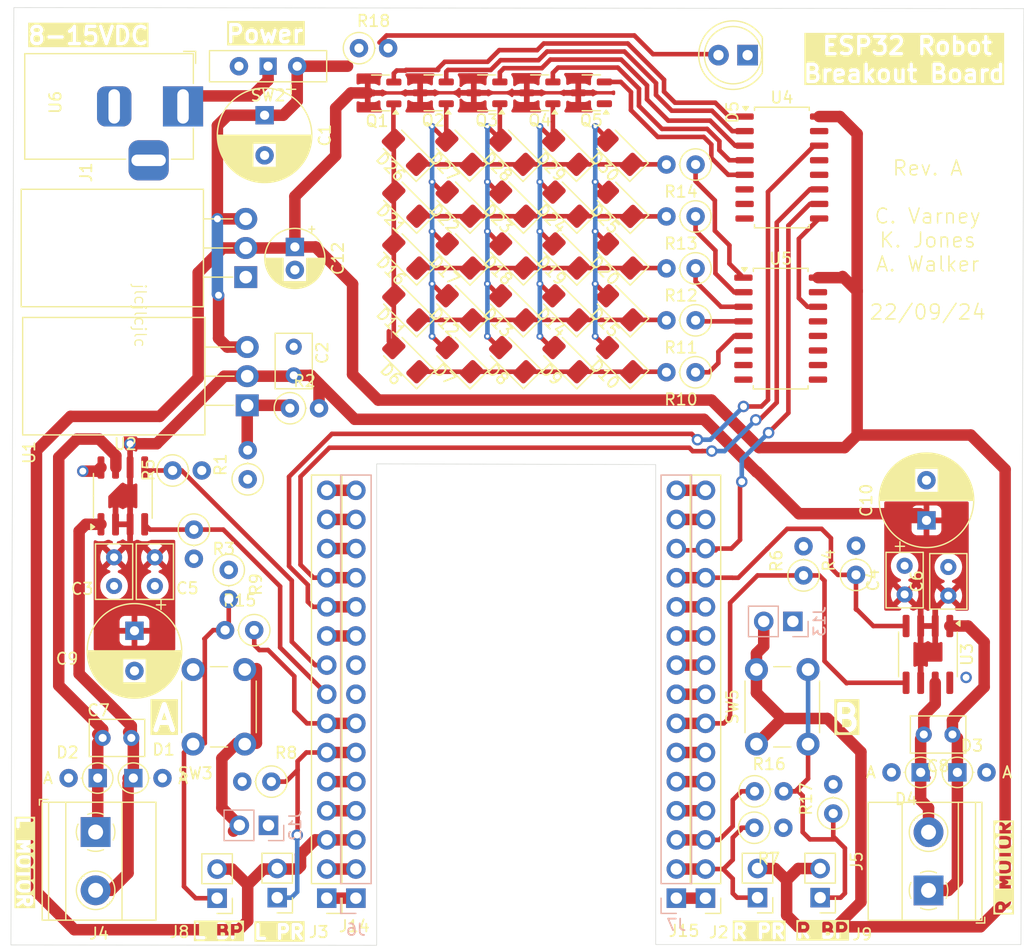
<source format=kicad_pcb>
(kicad_pcb (version 20221018) (generator pcbnew)
  (layers (0 "F.Cu" signal) (31 "B.Cu" signal) (34 "B.Paste" user) (35 "F.Paste" user) (36 "B.SilkS" user "B.Silkscreen") (37 "F.SilkS" user "F.Silkscreen") (38 "B.Mask" user) (39 "F.Mask" user) (44 "Edge.Cuts" user))
  (net 0 "")
  (net 1 "PWR_IN")
  (net 2 "GND")
  (net 3 "VDD")
  (net 4 "MOTOR-L1")
  (net 5 "MOTOR-L2")
  (net 6 "MOTOR-R1")
  (net 7 "MOTOR-R2")
  (net 8 "+3V3")
  (net 9 "Net-(D10-K)")
  (net 10 "Net-(D11-A)")
  (net 11 "Net-(D12-A)")
  (net 12 "Net-(D13-A)")
  (net 13 "Net-(D14-A)")
  (net 14 "Net-(D10-A)")
  (net 15 "Net-(D11-K)")
  (net 16 "Net-(D16-K)")
  (net 17 "Net-(D21-K)")
  (net 18 "Net-(D26-K)")
  (net 19 "Net-(SW2-B)")
  (net 22 "Net-(J14-Pin_13)")
  (net 23 "Net-(J14-Pin_14)")
  (net 24 "Net-(J14-Pin_10)")
  (net 25 "Net-(J14-Pin_5)")
  (net 26 "GPIO4")
  (net 27 "GPIO5")
  (net 28 "GPIO6")
  (net 29 "GPIO7")
  (net 30 "Net-(J14-Pin_4)")
  (net 31 "GPIO8")
  (net 32 "GPIO9")
  (net 33 "Net-(J14-Pin_1)")
  (net 34 "Net-(J14-Pin_2)")
  (net 35 "Net-(J15-Pin_15)")
  (net 36 "GPIO0")
  (net 37 "GPIO1")
  (net 38 "Net-(J15-Pin_14)")
  (net 39 "Net-(J15-Pin_11)")
  (net 40 "Net-(J15-Pin_10)")
  (net 41 "GPIO10")
  (net 42 "Net-(J15-Pin_8)")
  (net 43 "Net-(J15-Pin_9)")
  (net 44 "Net-(J15-Pin_6)")
  (net 45 "Net-(J15-Pin_5)")
  (net 46 "GPIO18")
  (net 47 "GPIO19")
  (net 48 "Net-(J15-Pin_4)")
  (net 49 "Net-(J15-Pin_1)")
  (net 50 "Net-(J8-P1)")
  (net 51 "Net-(J9-P1)")
  (net 52 "ROW1")
  (net 53 "ROW2")
  (net 54 "ROW3")
  (net 55 "ROW4")
  (net 56 "ROW5")
  (net 57 "Net-(U1-ADJ)")
  (net 58 "COL1")
  (net 59 "COL2")
  (net 60 "COL3")
  (net 61 "COL4")
  (net 62 "COL5")
  (net 65 "Net-(U4-QH')")
  (net 76 "Net-(D5-A)")
  (footprint "Capacitor_THT:C_Rect_L4.6mm_W3.0mm_P2.50mm_MKS02_FKP02" (layer "F.Cu") (at 228.727 103.719 90)
    (fp_text reference "C6")
    (fp_text value "100n")
  )
  (footprint "Resistor_THT:R_Axial_DIN0207_L6.3mm_D2.5mm_P2.54mm_Vertical" (layer "F.Cu") (at 168.211 106.724 180)
    (fp_text reference "R15")
    (fp_text value "1k")
  )
  (footprint "TerminalBlock_Phoenix:TerminalBlock_Phoenix_MKDS-1,5-2-5.08_1x02_P5.08mm_Horizontal" (layer "F.Cu") (at 227 129.418 90)
    (fp_text reference "J5")
    (fp_text value "MOTOR-R")
  )
  (footprint "Resistor_THT:R_Axial_DIN0207_L6.3mm_D2.5mm_P2.54mm_Vertical" (layer "F.Cu") (at 211.836 120.777)
    (fp_text reference "R16")
    (fp_text value "1k")
  )
  (footprint "LED_SMD:LED_1206_3216Metric_Pad1.42x1.75mm_HandSolder" (layer "F.Cu") (at 200.056507 78.622118 135)
    (fp_text reference "D15")
    (fp_text value "LED" hide)
  )
  (footprint "Capacitor_THT:C_Rect_L4.6mm_W3.0mm_P2.50mm_MKS02_FKP02" (layer "F.Cu") (at 229.088 115.824 180)
    (fp_text reference "C8")
    (fp_text value "100n")
  )
  (footprint "Package_SO:SOIC-8_3.9x4.9mm_P1.27mm" (layer "F.Cu") (at 156.752 95.02 90)
    (fp_text reference "U2")
    (fp_text value "ZXBM5210-S")
  )
  (footprint "Resistor_THT:R_Axial_DIN0207_L6.3mm_D2.5mm_P2.54mm_Vertical" (layer "F.Cu") (at 216.1032 101.9556 90)
    (fp_text reference "R6")
    (fp_text value "10K")
  )
  (footprint "Package_TO_SOT_SMD:SOT-23-3" (layer "F.Cu") (at 197.600713 59.876039 180)
    (fp_text reference "Q5")
    (fp_text value "BSH205")
  )
  (footprint "Package_SO:SOIC-16_4.55x10.3mm_P1.27mm" (layer "F.Cu") (at 214.213513 66.389739)
    (fp_text reference "U4")
    (fp_text value "74HC595")
  )
  (footprint "Resistor_THT:R_Axial_DIN0207_L6.3mm_D2.5mm_P2.54mm_Vertical" (layer "F.Cu") (at 206.690873 70.655272 180)
    (fp_text reference "R13")
    (fp_text value "100")
  )
  (footprint "Resistor_THT:R_Axial_DIN0207_L6.3mm_D2.5mm_P2.54mm_Vertical" (layer "F.Cu") (at 171.3194 87.376)
    (fp_text reference "R2")
    (fp_text value "270")
  )
  (footprint "Resistor_THT:R_Axial_DIN0207_L6.3mm_D2.5mm_P2.54mm_Vertical" (layer "F.Cu") (at 161.0954 92.8048)
    (fp_text reference "R5")
    (fp_text value "10K")
  )
  (footprint "TerminalBlock_Phoenix:TerminalBlock_Phoenix_MKDS-1,5-2-5.08_1x02_P5.08mm_Horizontal" (layer "F.Cu") (at 154.381 124.328 -90)
    (fp_text reference "J4")
    (fp_text value "MOTOR-L" hide)
  )
  (footprint "Resistor_THT:R_Axial_DIN0207_L6.3mm_D2.5mm_P2.54mm_Vertical" (layer "F.Cu") (at 206.690873 79.711272 180)
    (fp_text reference "R11")
    (fp_text value "100")
  )
  (footprint "Button_Switch_THT:SW_Slide-03_Wuerth-WS-SLTV_10x2.5x6.4_P2.54mm" (layer "F.Cu") (at 169.418 57.5564 180)
    (fp_text reference "SW2")
    (fp_text value "SW_SPDT" hide)
  )
  (footprint "Resistor_THT:R_Axial_DIN0207_L6.3mm_D2.5mm_P2.54mm_Vertical" (layer "F.Cu") (at 165.989 101.473 -90)
    (fp_text reference "R9")
    (fp_text value "3k3")
  )
  (footprint "LED_SMD:LED_1206_3216Metric_Pad1.42x1.75mm_HandSolder" (layer "F.Cu") (at 195.400247 83.142015 135)
    (fp_text reference "D9")
    (fp_text value "LED" hide)
  )
  (footprint "Connector_PinHeader_2.54mm:PinHeader_1x02_P2.54mm_Vertical" (layer "F.Cu") (at 170.214 130.048 180)
    (fp_text reference "J3")
    (fp_text value "PHOTORESISTOR_2" hide)
  )
  (footprint "LED_SMD:LED_1206_3216Metric_Pad1.42x1.75mm_HandSolder" (layer "F.Cu") (at 181.43147 83.142015 135)
    (fp_text reference "D6")
    (fp_text value "LED" hide)
  )
  (footprint "LED_SMD:LED_1206_3216Metric_Pad1.42x1.75mm_HandSolder" (layer "F.Cu") (at 190.743988 83.142015 135)
    (fp_text reference "D8")
    (fp_text value "LED" hide)
  )
  (footprint "Capacitor_THT:C_Rect_L4.6mm_W3.0mm_P2.50mm_MKS02_FKP02" (layer "F.Cu") (at 171.6532 84.5112 90)
    (fp_text reference "C2")
    (fp_text value "100n")
  )
  (footprint "LED_SMD:LED_1206_3216Metric_Pad1.42x1.75mm_HandSolder" (layer "F.Cu") (at 190.708168 65.062427 135)
    (fp_text reference "D28")
    (fp_text value "LED" hide)
  )
  (footprint "LED_SMD:LED_1206_3216Metric_Pad1.42x1.75mm_HandSolder" (layer "F.Cu") (at 181.39565 65.062427 135)
    (fp_text reference "D26")
    (fp_text value "LED" hide)
  )
  (footprint "LED_SMD:LED_1206_3216Metric_Pad1.42x1.75mm_HandSolder" (layer "F.Cu") (at 186.087729 69.582324 135)
    (fp_text reference "D22")
    (fp_text value "LED" hide)
  )
  (footprint "LED_SMD:LED_1206_3216Metric_Pad1.42x1.75mm_HandSolder" (layer "F.Cu") (at 195.400247 69.582324 135)
    (fp_text reference "D24")
    (fp_text value "LED" hide)
  )
  (footprint "LED_SMD:LED_1206_3216Metric_Pad1.42x1.75mm_HandSolder" (layer "F.Cu") (at 186.081144 78.622118 135)
    (fp_text reference "D12")
    (fp_text value "LED" hide)
  )
  (footprint "Button_Switch_THT:SW_PUSH_6mm_H5mm" (layer "F.Cu") (at 211.999 116.661 90)
    (fp_text reference "SW5")
    (fp_text value "BTN_B")
  )
  (footprint "Diode_THT:D_DO-35_SOD27_P2.54mm_Vertical_AnodeUp" (layer "F.Cu") (at 229.517686 119.126)
    (fp_text reference "D3")
    (fp_text value "SR240")
  )
  (footprint "Diode_THT:D_DO-35_SOD27_P2.54mm_Vertical_AnodeUp" (layer "F.Cu") (at 154.564314 119.622629 180)
    (fp_text reference "D2")
    (fp_text value "SR240")
  )
  (footprint "Resistor_THT:R_Axial_DIN0207_L6.3mm_D2.5mm_P2.54mm_Vertical" (layer "F.Cu") (at 206.690873 66.127272 180)
    (fp_text reference "R14")
    (fp_text value "100")
  )
  (footprint "Package_TO_SOT_SMD:SOT-23-3" (layer "F.Cu") (at 193.110413 59.876039 180)
    (fp_text reference "Q4")
    (fp_text value "BSH205")
  )
  (footprint "Capacitor_THT:CP_Radial_D8.0mm_P3.50mm" (layer "F.Cu") (at 169.1132 61.8288 -90)
    (fp_text reference "C1")
    (fp_text value "100u")
  )
  (footprint "LED_SMD:LED_1206_3216Metric_Pad1.42x1.75mm_HandSolder" (layer "F.Cu") (at 186.087729 74.102221 135)
    (fp_text reference "D17")
    (fp_text value "LED" hide)
  )
  (footprint "Button_Switch_THT:SW_PUSH_6mm_H5mm" (layer "F.Cu") (at 167.384 110.161 -90)
    (fp_text reference "SW3")
    (fp_text value "BTN_A")
  )
  (footprint "Connector_PinHeader_2.54mm:PinHeader_1x02_P2.54mm_Vertical" (layer "F.Cu") (at 164.973 130.097 180)
    (fp_text reference "J8")
    (fp_text value "LEAF_L")
  )
  (footprint "LED_SMD:LED_1206_3216Metric_Pad1.42x1.75mm_HandSolder" (layer "F.Cu") (at 190.743988 69.582324 135)
    (fp_text reference "D23")
    (fp_text value "LED" hide)
  )
  (footprint "LED_SMD:LED_1206_3216Metric_Pad1.42x1.75mm_HandSolder" (layer "F.Cu") (at 186.087729 83.142015 135)
    (fp_text reference "D7")
    (fp_text value "LED" hide)
  )
  (footprint "LED_SMD:LED_1206_3216Metric_Pad1.42x1.75mm_HandSolder" (layer "F.Cu") (at 200.056506 83.142015 135)
    (fp_text reference "D10")
    (fp_text value "LED" hide)
  )
  (footprint "Resistor_THT:R_Axial_DIN0207_L6.3mm_D2.5mm_P2.54mm_Vertical" (layer "F.Cu") (at 167.64 93.5736 90)
    (fp_text reference "R1")
    (fp_text value "820")
  )
  (footprint "Capacitor_THT:C_Rect_L4.6mm_W3.0mm_P2.50mm_MKS02_FKP02" (layer "F.Cu") (at 157.494 116.122 180)
    (fp_text reference "C7")
    (fp_text value "100n")
  )
  (footprint "Package_TO_SOT_THT:TO-220-3_Horizontal_TabDown" (layer "F.Cu") (at 167.599 87.122 90)
    (fp_text reference "U1")
    (fp_text value "LM338T")
  )
  (footprint "LED_SMD:LED_1206_3216Metric_Pad1.42x1.75mm_HandSolder" (layer "F.Cu") (at 195.380492 78.622118 135)
    (fp_text reference "D14")
    (fp_text value "LED" hide)
  )
  (footprint "Connector_BarrelJack:BarrelJack_Horizontal" (layer "F.Cu") (at 162.0012 61.0616)
    (fp_text reference "J1")
    (fp_text value "Barrel_Jack_Switch" hide)
  )
  (footprint "Package_TO_SOT_SMD:SOT-23-3" (layer "F.Cu") (at 179.243213 59.886039 180)
    (fp_text reference "Q1")
    (fp_text value "BSH205")
  )
  (footprint "Capacitor_THT:CP_Radial_D8.0mm_P3.50mm" (layer "F.Cu") (at 157.768 106.78 -90)
    (fp_text reference "C9")
    (fp_text value "10u" hide)
  )
  (footprint "Capacitor_THT:C_Rect_L4.6mm_W3.0mm_P2.50mm_MKS02_FKP02" (layer "F.Cu") (at 159.546 100.374 -90)
    (fp_text reference "C5")
    (fp_text value "100n" hide)
  )
  (footprint "Resistor_THT:R_Axial_DIN0207_L6.3mm_D2.5mm_P2.54mm_Vertical" (layer "F.Cu") (at 162.9496 97.9574 -90)
    (fp_text reference "R3")
    (fp_text value "10K")
  )
  (footprint "LED_SMD:LED_1206_3216Metric_Pad1.42x1.75mm_HandSolder" (layer "F.Cu") (at 181.43147 78.622118 135)
    (fp_text reference "D11")
    (fp_text value "LED" hide)
  )
  (footprint "LED_SMD:LED_1206_3216Metric_Pad1.42x1.75mm_HandSolder" (layer "F.Cu") (at 200.056506 69.598606 135)
    (fp_text reference "D25")
    (fp_text value "LED" hide)
  )
  (footprint "LED_SMD:LED_1206_3216Metric_Pad1.42x1.75mm_HandSolder" (layer "F.Cu") (at 190.743988 74.102221 135)
    (fp_text reference "D18")
    (fp_text value "LED" hide)
  )
  (footprint "Resistor_THT:R_Axial_DIN0207_L6.3mm_D2.5mm_P2.54mm_Vertical" (layer "F.Cu") (at 218.694 122.711 90)
    (fp_text reference "R17")
    (fp_text value "3k3")
  )
  (footprint "LED_SMD:LED_1206_3216Metric_Pad1.42x1.75mm_HandSolder" (layer "F.Cu") (at 195.400247 74.102221 135)
    (fp_text reference "D19")
    (fp_text value "LED" hide)
  )
  (footprint "Resistor_THT:R_Axial_DIN0207_L6.3mm_D2.5mm_P2.54mm_Vertical" (layer "F.Cu") (at 211.807 123.952)
    (fp_text reference "R7")
    (fp_text value "10k")
  )
  (footprint "Connector_PinHeader_2.54mm:PinHeader_1x15_P2.54mm_Vertical" (layer "F.Cu") (at 174.532 130.092 180)
    (fp_text reference "J14")
    (fp_text value "ESP_PT")
  )
  (footprint "Diode_THT:D_DO-35_SOD27_P2.54mm_Vertical_AnodeUp" (layer "F.Cu") (at 226.314 119.126 180)
    (fp_text reference "D4")
    (fp_text value "SR240")
  )
  (footprint "LED_SMD:LED_1206_3216Metric_Pad1.42x1.75mm_HandSolder" (layer "F.Cu") (at 200.020686 65.062427 135)
    (fp_text reference "D30")
    (fp_text value "LED" hide)
  )
  (footprint "Package_SO:SOIC-16_4.55x10.3mm_P1.27mm" (layer "F.Cu") (at 214.110713 80.435939)
    (fp_text reference "U5")
    (fp_text value "74HC595")
  )
  (footprint "Package_SO:SOIC-8_3.9x4.9mm_P1.27mm" (layer "F.Cu") (at 226.949 108.839 -90)
    (fp_text reference "U3")
    (fp_text value "ZXBM5210-S")
  )
  (footprint "Connector_PinHeader_2.54mm:PinHeader_1x02_P2.54mm_Vertical" (layer "F.Cu") (at 217.551 130.048 180)
    (fp_text reference "J9")
    (fp_text value "LEAF_R")
  )
  (footprint "Capacitor_THT:C_Rect_L4.6mm_W3.0mm_P2.50mm_MKS02_FKP02" (layer "F.Cu") (at 155.99 100.374 -90)
    (fp_text reference "C3")
    (fp_text value "100n" hide)
  )
  (footprint "Resistor_THT:R_Axial_DIN0207_L6.3mm_D2.5mm_P2.54mm_Vertical" (layer "F.Cu") (at 169.706 119.932 180)
    (fp_text reference "R8")
    (fp_text value "10k")
  )
  (footprint "LED_SMD:LED_1206_3216Metric_Pad1.42x1.75mm_HandSolder" (layer "F.Cu") (at 190.730818 78.622118 135)
    (fp_text reference "D13")
    (fp_text value "LED" hide)
  )
  (footprint "Package_TO_SOT_THT:TO-220-3_Horizontal_TabDown" (layer "F.Cu") (at 167.472 75.946 90)
    (fp_text reference "U6")
    (fp_text value "LM1117T-3.3")
  )
  (footprint "Capacitor_THT:C_Rect_L4.6mm_W3.0mm_P2.50mm_MKS02_FKP02" (layer "F.Cu") (at 224.917 103.612 90)
    (fp_text reference "C4")
    (fp_text value "100n")
  )
  (footprint "Resistor_THT:R_Axial_DIN0207_L6.3mm_D2.5mm_P2.54mm_Vertical" (layer "F.Cu") (at 206.690873 75.183272 180)
    (fp_text reference "R12")
    (fp_text value "100")
  )
  (footprint "LED_THT:LED_D5.0mm" (layer "F.Cu") (at 211.2264 56.5912 180)
    (fp_text reference "D5")
    (fp_text value "LED")
  )
  (footprint "Capacitor_THT:CP_Radial_D5.0mm_P2.00mm" (layer "F.Cu") (at 171.7548 73.314488 -90)
    (fp_text reference "C12")
    (fp_text value "10uF")
  )
  (footprint "Package_TO_SOT_SMD:SOT-23-3" (layer "F.Cu") (at 183.814013 59.876039 180)
    (fp_text reference "Q2")
    (fp_text value "BSH205")
  )
  (footprint "LED_SMD:LED_1206_3216Metric_Pad1.42x1.75mm_HandSolder" (layer "F.Cu") (at 195.364427 65.062427 135)
    (fp_text reference "D29")
    (fp_text value "LED" hide)
  )
  (footprint "Connector_PinHeader_2.54mm:PinHeader_1x15_P2.54mm_Vertical" (layer "F.Cu") (at 207.552 130.092 180)
    (fp_text reference "J15")
    (fp_text value "ESP_PT" hide)
  )
  (footprint "Package_TO_SOT_SMD:SOT-23-3" (layer "F.Cu") (at 188.487613 59.876039 180)
    (fp_text reference "Q3")
    (fp_text value "BSH205")
  )
  (footprint "LED_SMD:LED_1206_3216Metric_Pad1.42x1.75mm_HandSolder" (layer "F.Cu") (at 200.056506 74.102221 135)
    (fp_text reference "D20")
    (fp_text value "LED" hide)
  )
  (footprint "Capacitor_THT:CP_Radial_D8.0mm_P3.50mm" (layer "F.Cu") (at 226.822 97.155 90)
    (fp_text reference "C10")
    (fp_text value "10u")
  )
  (footprint "LED_SMD:LED_1206_3216Metric_Pad1.42x1.75mm_HandSolder" (layer "F.Cu") (at 181.43147 74.102221 135)
    (fp_text reference "D16")
    (fp_text value "LED" hide)
  )
  (footprint "LED_SMD:LED_1206_3216Metric_Pad1.42x1.75mm_HandSolder" (layer "F.Cu") (at 186.051909 65.062427 135)
    (fp_text reference "D27")
    (fp_text value "LED" hide)
  )
  (footprint "Connector_PinHeader_2.54mm:PinHeader_1x02_P2.54mm_Vertical" (layer "F.Cu") (at 212.09 130.048 180)
    (fp_text reference "J2")
    (fp_text value "PHOTORESISTOR_1")
  )
  (footprint "LED_SMD:LED_1206_3216Metric_Pad1.42x1.75mm_HandSolder" (layer "F.Cu") (at 181.43147 69.582324 135)
    (fp_text reference "D21")
    (fp_text value "LED" hide)
  )
  (footprint "Resistor_THT:R_Axial_DIN0207_L6.3mm_D2.5mm_P2.54mm_Vertical" (layer "F.Cu") (at 177.3428 55.9816)
    (fp_text reference "R18")
    (fp_text value "330")
  )
  (footprint "Resistor_THT:R_Axial_DIN0207_L6.3mm_D2.5mm_P2.54mm_Vertical" (layer "F.Cu") (at 220.6752 101.9048 90)
    (fp_text reference "R4")
    (fp_text value "10K")
  )
  (footprint "Diode_THT:D_DO-35_SOD27_P2.54mm_Vertical_AnodeUp" (layer "F.Cu") (at 157.669685 119.622629)
    (fp_text reference "D1")
    (fp_text value "SR240" hide)
  )
  (footprint "Resistor_THT:R_Axial_DIN0207_L6.3mm_D2.5mm_P2.54mm_Vertical" (layer "F.Cu") (at 206.686873 84.239272 180)
    (fp_text reference "R10")
    (fp_text value "100")
  )
  (footprint "Connector_PinHeader_2.54mm:PinHeader_1x02_P2.54mm_Vertical" (layer "B.Cu") (at 215.172 105.962 90)
    (fp_text reference "J13")
    (fp_text value "3V3")
  )
  (footprint "Connector_PinHeader_2.54mm:PinHeader_1x15_P2.54mm_Vertical" (layer "B.Cu") (at 177.072 130.092)
    (fp_text reference "J6")
    (fp_text value "ESP")
  )
  (footprint "Connector_PinHeader_2.54mm:PinHeader_1x15_P2.54mm_Vertical" (layer "B.Cu") (at 205.012 130.092)
    (fp_text reference "J7")
    (fp_text value "ESP" hide)
  )
  (footprint "Connector_PinHeader_2.54mm:PinHeader_1x02_P2.54mm_Vertical" (layer "B.Cu") (at 169.452 123.742 90)
    (fp_text reference "J12")
    (fp_text value "3V3" hide)
  )
  (gr_poly (pts (xy 146.997 134.17) (xy 147.251 52.4444) (xy 235.314 52.5344) (xy 235.06 134.133) (xy 203.2164 134.1334) (xy 203.2164 92.2872) (xy 178.885 92.2268) (xy 178.885 134.2)) (stroke (width 0.05)) (fill none) (layer "Edge.Cuts"))
  (gr_text "R PR" (at 209.7532 133.7056) (layer "F.SilkS" knockout) (effects (font (size 1.2 1.2) (thickness 0.3) bold) (justify left bottom)))
  (gr_text "R MOTOR" (at 234.315 131.699 90) (layer "F.SilkS" knockout) (effects (font (size 1.2 1.2) (thickness 0.3) bold) (justify left bottom)))
  (gr_text "8-15VDC" (at 148.336 55.7784) (layer "F.SilkS" knockout) (effects (font (size 1.5 1.5) (thickness 0.3) bold) (justify left bottom)))
  (gr_text "A" (at 159.131 115.697) (layer "F.SilkS" knockout) (effects (font (size 2.2 2.2) (thickness 0.44) bold) (justify left bottom)))
  (gr_text "L BP" (at 162.7632 133.7056) (layer "F.SilkS" knockout) (effects (font (size 1.2 1.2) (thickness 0.3) bold) (justify left bottom)))
  (gr_text "L PR" (at 168.0464 133.7564) (layer "F.SilkS" knockout) (effects (font (size 1.2 1.2) (thickness 0.3) bold) (justify left bottom)))
  (gr_text "R BP" (at 215.2904 133.6548) (layer "F.SilkS" knockout) (effects (font (size 1.2 1.2) (thickness 0.3) bold) (justify left bottom)))
  (gr_text "ESP32 Robot \nBreakout Board" (at 233.8324 59.0804) (layer "F.SilkS" knockout) (effects (font (size 1.5 1.5) (thickness 0.3) bold) (justify right bottom)))
  (gr_text "Rev. A\n\nC. Varney\nK. Jones\nA. Walker\n\n22/09/24" (at 226.9236 79.756) (layer "F.SilkS") (effects (font (size 1.3 1.3) (thickness 0.125)) (justify bottom)))
  (gr_text "jlcjlcjlc" (at 157.6832 76.454 -90) (layer "F.SilkS") (effects (font (size 1 1) (thickness 0.1)) (justify left bottom)))
  (gr_text "L MOTOR" (at 147.447 122.809 -90) (layer "F.SilkS" knockout) (effects (font (size 1.2 1.2) (thickness 0.3) bold) (justify left bottom)))
  (gr_text "Power" (at 165.608 55.626) (layer "F.SilkS" knockout) (effects (font (size 1.5 1.5) (thickness 0.3) bold) (justify left bottom)))
  (gr_text "B" (at 218.44 115.697) (layer "F.SilkS" knockout) (effects (font (size 2.2 2.2) (thickness 0.44) bold) (justify left bottom)))
  (via (at 230.2764 110.8456) (size 1) (drill 0.6) (layers "F.Cu" "B.Cu") (net 0))
  (segment (start 171.958 60.6044) (end 170.7336 61.8288) (width 1) (layer "F.Cu") (net 1))
  (segment (start 165.862 82.042) (end 167.599 82.042) (width 1) (layer "F.Cu") (net 1))
  (segment (start 164.9984 62.738) (end 164.9984 70.866) (width 1) (layer "F.Cu") (net 1))
  (segment (start 171.958 57.5564) (end 176.3486 57.5564) (width 1) (layer "F.Cu") (net 1))
  (segment (start 170.7336 61.8288) (end 169.1132 61.8288) (width 1) (layer "F.Cu") (net 1))
  (segment (start 171.958 57.5564) (end 171.958 60.6044) (width 1) (layer "F.Cu") (net 1))
  (segment (start 169.1132 61.8288) (end 165.9076 61.8288) (width 1) (layer "F.Cu") (net 1))
  (segment (start 164.9984 70.866) (end 167.472 70.866) (width 1) (layer "F.Cu") (net 1))
  (segment (start 165.1 81.28) (end 165.862 82.042) (width 1) (layer "F.Cu") (net 1))
  (segment (start 165.1 77.5208) (end 165.1 81.28) (width 1) (layer "F.Cu") (net 1))
  (segment (start 165.9076 61.8288) (end 164.9984 62.738) (width 1) (layer "F.Cu") (net 1))
  (via (at 164.9984 70.866) (size 1) (drill 0.6) (layers "F.Cu" "B.Cu") (net 1))
  (via (at 165.1 77.5208) (size 1) (drill 0.6) (layers "F.Cu" "B.Cu") (net 1))
  (segment (start 164.9984 77.4192) (end 165.1 77.5208) (width 1) (layer "B.Cu") (net 1))
  (segment (start 164.9984 70.866) (end 164.9984 77.4192) (width 1) (layer "B.Cu") (net 1))
  (segment (start 153.2636 92.8624) (end 154.5296 92.8624) (width 1) (layer "F.Cu") (net 2))
  (segment (start 177.072 94.532) (end 174.532 94.532) (width 1) (layer "F.Cu") (net 2))
  (segment (start 154.5296 92.8624) (end 154.847 92.545) (width 1) (layer "F.Cu") (net 2))
  (via (at 153.2636 92.8624) (size 1) (drill 0.6) (layers "F.Cu" "B.Cu") (net 2))
  (segment (start 173.149014 84.5112) (end 176.979014 88.3412) (width 1) (layer "F.Cu") (net 3))
  (segment (start 212.0692 92.9432) (end 215.6968 96.5708) (width 1) (layer "F.Cu") (net 3))
  (segment (start 173.1264 84.5112) (end 171.6532 84.5112) (width 1) (layer "F.Cu") (net 3))
  (segment (start 173.1264 84.5112) (end 173.149014 84.5112) (width 1) (layer "F.Cu") (net 3))
  (segment (start 167.599 84.582) (end 171.5824 84.582) (width 1) (layer "F.Cu") (net 3))
  (segment (start 171.5824 84.582) (end 171.6532 84.5112) (width 1) (layer "F.Cu") (net 3))
  (segment (start 165.599 84.582) (end 159.7062 90.4748) (width 1) (layer "F.Cu") (net 3))
  (segment (start 173.8594 85.2442) (end 173.1264 84.5112) (width 1) (layer "F.Cu") (net 3))
  (segment (start 157.3784 90.4748) (end 158.6484 90.4748) (width 1) (layer "F.Cu") (net 3))
  (segment (start 215.6968 96.5708) (end 226.2378 96.5708) (width 1) (layer "F.Cu") (net 3))
  (segment (start 176.979014 88.3412) (end 207.4164 88.3412) (width 1) (layer "F.Cu") (net 3))
  (segment (start 207.4164 88.3412) (end 212.0184 92.9432) (width 1) (layer "F.Cu") (net 3))
  (segment (start 167.599 84.582) (end 165.599 84.582) (width 1) (layer "F.Cu") (net 3))
  (segment (start 212.0184 92.9432) (end 212.0692 92.9432) (width 1) (layer "F.Cu") (net 3))
  (segment (start 159.7062 90.4748) (end 158.6484 90.4748) (width 1) (layer "F.Cu") (net 3))
  (segment (start 173.8594 87.376) (end 173.8594 85.2442) (width 1) (layer "F.Cu") (net 3))
  (segment (start 226.2378 96.5708) (end 226.822 97.155) (width 1) (layer "F.Cu") (net 3))
  (via (at 157.3784 90.4748) (size 1) (drill 0.6) (layers "F.Cu" "B.Cu") (net 3))
  (segment (start 152.7556 90.0684) (end 154.69306 90.0684) (width 1) (layer "F.Cu") (net 4))
  (segment (start 154.564314 116.551686) (end 154.994 116.122) (width 1) (layer "F.Cu") (net 4))
  (segment (start 151.164 111.55) (end 151.164 91.66) (width 1) (layer "F.Cu") (net 4))
  (segment (start 154.564314 119.622629) (end 154.564314 116.551686) (width 1) (layer "F.Cu") (net 4))
  (segment (start 154.564314 115.809686) (end 154.76 115.614) (width 1) (layer "F.Cu") (net 4))
  (segment (start 154.564314 124.144686) (end 154.381 124.328) (width 1) (layer "F.Cu") (net 4))
  (segment (start 156.147 91.52234) (end 156.147 92.545) (width 1) (layer "F.Cu") (net 4))
  (segment (start 154.994 116.122) (end 154.994 115.38) (width 1) (layer "F.Cu") (net 4))
  (segment (start 151.164 91.66) (end 152.7556 90.0684) (width 1) (layer "F.Cu") (net 4))
  (segment (start 154.69306 90.0684) (end 156.147 91.52234) (width 1) (layer "F.Cu") (net 4))
  (segment (start 154.994 115.38) (end 151.164 111.55) (width 1) (layer "F.Cu") (net 4))
  (segment (start 154.564314 119.622629) (end 154.564314 124.144686) (width 1) (layer "F.Cu") (net 4))
  (segment (start 157.669685 116.023685) (end 157.26 115.614) (width 1) (layer "F.Cu") (net 5))
  (segment (start 153.535 97.495) (end 152.942 98.088) (width 1) (layer "F.Cu") (net 5))
  (segment (start 157.494 115.086) (end 157.494 116.122) (width 1) (layer "F.Cu") (net 5))
  (segment (start 157.209 127.906) (end 155.707 129.408) (width 1) (layer "F.Cu") (net 5))
  (segment (start 157.669685 116.297685) (end 157.494 116.122) (width 1) (layer "F.Cu") (net 5))
  (segment (start 157.209 119.630685) (end 157.669685 119.17) (width 1) (layer "F.Cu") (net 5))
  (segment (start 157.669685 119.622629) (end 157.669685 116.297685) (width 1) (layer "F.Cu") (net 5))
  (segment (start 154.847 97.495) (end 153.535 97.495) (width 1) (layer "F.Cu") (net 5))
  (segment (start 155.707 129.408) (end 153.979478 129.408) (width 1) (layer "F.Cu") (net 5))
  (segment (start 155.707 129.408) (end 154.381 129.408) (width 1) (layer "F.Cu") (net 5))
  (segment (start 157.209 120.083314) (end 157.209 127.906) (width 1) (layer "F.Cu") (net 5))
  (segment (start 152.942 98.088) (end 152.942 110.534) (width 1) (layer "F.Cu") (net 5))
  (segment (start 157.669685 119.622629) (end 157.209 120.083314) (width 1) (layer "F.Cu") (net 5))
  (segment (start 152.942 110.534) (end 157.494 115.086) (width 1) (layer "F.Cu") (net 5))
  (segment (start 227 122.225) (end 227 124.338) (width 1) (layer "F.Cu") (net 6))
  (segment (start 226.314 121.539) (end 227 122.225) (width 1) (layer "F.Cu") (net 6))
  (segment (start 226.314 119.126) (end 226.314 121.539) (width 1) (layer "F.Cu") (net 6))
  (segment (start 226.314 116.216314) (end 226.706314 115.824) (width 1) (layer "F.Cu") (net 6))
  (segment (start 227.584 113.157) (end 227.584 111.314) (width 1) (layer "F.Cu") (net 6))
  (segment (start 227 119.586686) (end 226.539314 119.126) (width 0.4) (layer "F.Cu") (net 6))
  (segment (start 226.588 115.824) (end 226.588 114.153) (width 1) (layer "F.Cu") (net 6))
  (segment (start 226.588 114.153) (end 227.584 113.157) (width 1) (layer "F.Cu") (net 6))
  (segment (start 226.314 119.126) (end 226.314 116.216314) (width 1) (layer "F.Cu") (net 6))
  (segment (start 229.517686 116.135372) (end 229.206314 115.824) (width 1) (layer "F.Cu") (net 7))
  (segment (start 229.517686 119.126) (end 229.517686 128.622314) (width 1) (layer "F.Cu") (net 7))
  (segment (start 230.443 106.364) (end 231.8512 107.7722) (width 1) (layer "F.Cu") (net 7))
  (segment (start 229.517686 119.126) (end 229.517686 116.135372) (width 1) (layer "F.Cu") (net 7))
  (segment (start 229.235 114.427) (end 229.088 114.574) (width 1) (layer "F.Cu") (net 7))
  (segment (start 231.8512 111.6838) (end 229.235 114.3) (width 1) (layer "F.Cu") (net 7))
  (segment (start 229.235 114.3) (end 229.235 114.427) (width 1) (layer "F.Cu") (net 7))
  (segment (start 229.517686 128.622314) (end 228.722 129.418) (width 1) (layer "F.Cu") (net 7))
  (segment (start 228.722 129.418) (end 227 129.418) (width 1) (layer "F.Cu") (net 7))
  (segment (start 229.088 114.574) (end 229.088 115.824) (width 1) (layer "F.Cu") (net 7))
  (segment (start 228.854 106.364) (end 230.443 106.364) (width 1) (layer "F.Cu") (net 7))
  (segment (start 231.8512 107.7722) (end 231.8512 111.6838) (width 1) (layer "F.Cu") (net 7))
  (segment (start 163.322 75.556) (end 165.472 73.406) (width 1) (layer "F.Cu") (net 8))
  (segment (start 174.532 125.012) (end 173.516 125.012) (width 1) (layer "F.Cu") (net 8))
  (segment (start 221.107 117.348) (end 218.186 114.427) (width 1) (layer "F.Cu") (net 8))
  (segment (start 176.784 76.543688) (end 176.784 84.4296) (width 1) (layer "F.Cu") (net 8))
  (segment (start 172.246 126.282) (end 172.246 127.298) (width 1) (layer "F.Cu") (net 8))
  (segment (start 171.7548 73.314488) (end 171.7548 68.904442) (width 1) (layer "F.Cu") (net 8))
  (segment (start 233.68 130.429) (end 231.521 132.588) (width 1) (layer "F.Cu") (net 8))
  (segment (start 219.411061 75.990939) (end 217.360713 75.990939) (width 1) (layer "F.Cu") (net 8))
  (segment (start 233.68 92.71) (end 233.68 130.429) (width 1) (layer "F.Cu") (net 8))
  (segment (start 171.7548 68.904442) (end 175.3108 65.348442) (width 1) (layer "F.Cu") (net 8))
  (segment (start 159.9692 88.0872) (end 163.322 84.7344) (width 1) (layer "F.Cu") (net 8))
  (segment (start 212.2216 90.8096) (end 219.68 90.8096) (width 1) (layer "F.Cu") (net 8))
  (segment (start 220.7768 89.7128) (end 220.7768 77.1652) (width 1) (layer "F.Cu") (net 8))
  (segment (start 176.638761 59.886039) (end 178.105713 59.886039) (width 1) (layer "F.Cu") (net 8))
  (segment (start 166.404 124.25) (end 166.912 123.742) (width 1) (layer "F.Cu") (net 8))
  (segment (start 220.7768 77.1652) (end 220.7768 63.4492) (width 1) (layer "F.Cu") (net 8))
  (segment (start 175.3108 65.348442) (end 175.3108 61.214) (width 1) (layer "F.Cu") (net 8))
  (segment (start 230.6828 89.7128) (end 232.6894 91.7194) (width 1) (layer "F.Cu") (net 8))
  (segment (start 149.225 129.54) (end 149.225 91.059) (width 1) (layer "F.Cu") (net 8))
  (segment (start 219.68 90.8096) (end 220.7768 89.7128) (width 1) (layer "F.Cu") (net 8))
  (segment (start 169.011919 127.552) (end 167.64 128.923919) (width 1) (layer "F.Cu") (net 8))
  (segment (start 167.64 132.08) (end 166.878 132.842) (width 1) (layer "F.Cu") (net 8))
  (segment (start 213.614 127.508) (end 214.63 128.524) (width 1) (layer "F.Cu") (net 8))
  (segment (start 167.64 128.923919) (end 167.64 132.08) (width 1) (layer "F.Cu") (net 8))
  (segment (start 214.63 131.572) (end 215.646 132.588) (width 1) (layer "F.Cu") (net 8))
  (segment (start 168.4 110.078) (end 168.4 116.578) (width 1) (layer "F.Cu") (net 8))
  (segment (start 215.646 127.508) (end 217.551 127.508) (width 1) (layer "F.Cu") (net 8))
  (segment (start 152.1968 88.0872) (end 159.9692 88.0872) (width 1) (layer "F.Cu") (net 8))
  (segment (start 166.71 116.578) (end 168.4 116.578) (width 1) (layer "F.Cu") (net 8))
  (segment (start 175.3108 61.214) (end 176.638761 59.886039) (width 1) (layer "F.Cu") (net 8))
  (segment (start 171.992 127.552) (end 169.011919 127.552) (width 1) (layer "F.Cu") (net 8))
  (segment (start 219.5068 75.8952) (end 219.411061 75.990939) (width 1) (layer "F.Cu") (net 8))
  (segment (start 208.0768 86.6648) (end 212.2216 90.8096) (width 1) (layer "F.Cu") (net 8))
  (segment (start 152.527 132.842) (end 149.225 129.54) (width 1) (layer "F.Cu") (net 8))
  (segment (start 220.7768 89.7128) (end 230.6828 89.7128) (width 1) (layer "F.Cu") (net 8))
  (segment (start 166.273081 127.557) (end 164.973 127.557) (width 1) (layer "F.Cu") (net 8))
  (segment (start 214.233 114.427) (end 211.999 116.661) (width 1) (layer "F.Cu") (net 8))
  (segment (start 212.09 127.508) (end 213.614 127.508) (width 1) (layer "F.Cu") (net 8))
  (segment (start 220.7768 63.4492) (end 219.272339 61.944739) (width 1) (layer "F.Cu") (net 8))
  (segment (start 212.632 108.1192) (end 212.632 105.962) (width 1) (layer "F.Cu") (net 8))
  (segment (start 176.784 84.4296) (end 179.0192 86.6648) (width 1) (layer "F.Cu") (net 8))
  (segment (start 214.233 114.427) (end 211.999 112.193) (width 1) (layer "F.Cu") (net 8))
  (segment (start 219.272339 61.944739) (end 217.463513 61.944739) (width 1) (layer "F.Cu") (net 8))
  (segment (start 149.225 91.059) (end 152.1968 88.0872) (width 1) (layer "F.Cu") (net 8))
  (segment (start 173.5548 73.314488) (end 176.784 76.543688) (width 1) (layer "F.Cu") (net 8))
  (segment (start 171.663288 73.406) (end 171.7548 73.314488) (width 1) (layer "F.Cu") (net 8))
  (segment (start 165.472 73.406) (end 167.472 73.406) (width 1) (layer "F.Cu") (net 8))
  (segment (start 167.4212 73.3552) (end 167.472 73.406) (width 1) (layer "F.Cu") (net 8))
  (segment (start 165.388 117.9) (end 166.71 116.578) (width 1) (layer "F.Cu") (net 8))
  (segment (start 231.521 132.588) (end 218.3892 132.588) (width 1) (layer "F.Cu") (net 8))
  (segment (start 163.322 84.7344) (end 163.322 75.556) (width 1) (layer "F.Cu") (net 8))
  (segment (start 166.912 123.742) (end 165.388 122.218) (width 1) (layer "F.Cu") (net 8))
  (segment (start 218.186 114.427) (end 214.233 114.427) (width 1) (layer "F.Cu") (net 8))
  (segment (start 167.64 128.923919) (end 166.273081 127.557) (width 1) (layer "F.Cu") (net 8))
  (segment (start 218.3892 132.588) (end 218.948 132.588) (width 1) (layer "F.Cu") (net 8))
  (segment (start 166.878 132.842) (end 152.527 132.842) (width 1) (layer "F.Cu") (net 8))
  (segment (start 173.516 125.012) (end 172.246 126.282) (width 1) (layer "F.Cu") (net 8))
  (segment (start 179.0192 86.6648) (end 208.0768 86.6648) (width 1) (layer "F.Cu") (net 8))
  (segment (start 167.472 73.406) (end 171.663288 73.406) (width 1) (layer "F.Cu") (net 8))
  (segment (start 177.072 125.012) (end 174.532 125.012) (width 1) (layer "F.Cu") (net 8))
  (segment (start 214.63 128.524) (end 215.646 127.508) (width 1) (layer "F.Cu") (net 8))
  (segment (start 214.63 128.524) (end 214.63 131.572) (width 1) (layer "F.Cu") (net 8))
  (segment (start 211.999 112.193) (end 211.999 110.161) (width 1) (layer "F.Cu") (net 8))
  (segment (start 211.999 108.7522) (end 212.632 108.1192) (width 1) (layer "F.Cu") (net 8))
  (segment (start 220.7768 77.1652) (end 219.5068 75.8952) (width 1) (layer "F.Cu") (net 8))
  (segment (start 165.388 122.218) (end 165.388 117.9) (width 1) (layer "F.Cu") (net 8))
  (segment (start 215.646 132.588) (end 218.3892 132.588) (width 1) (layer "F.Cu") (net 8))
  (segment (start 221.107 130.429) (end 221.107 117.348) (width 1) (layer "F.Cu") (net 8))
  (segment (start 218.948 132.588) (end 221.107 130.429) (width 1) (layer "F.Cu") (net 8))
  (segment (start 171.7548 73.314488) (end 173.5548 73.314488) (width 1) (layer "F.Cu") (net 8))
  (segment (start 211.999 110.161) (end 211.999 108.7522) (width 1) (layer "F.Cu") (net 8))
  (segment (start 172.246 127.298) (end 171.992 127.552) (width 1) (layer "F.Cu") (net 8))
  (segment (start 232.6894 91.7194) (end 233.68 92.71) (width 1) (layer "F.Cu") (net 8))
  (segment (start 182.483291 84.193836) (end 201.108327 84.193836) (width 0.4) (layer "F.Cu") (net 9))
  (segment (start 203.993018 84.193836) (end 203.996427 84.190427) (width 0.2) (layer "F.Cu") (net 9))
  (segment (start 201.108327 84.193836) (end 203.993018 84.193836) (width 0.4) (layer "F.Cu") (net 9))
  (segment (start 180.379649 82.090194) (end 180.379649 64.046426) (width 0.4) (layer "F.Cu") (net 10))
  (segment (start 180.379649 64.046426) (end 180.343829 64.010606) (width 0.4) (layer "F.Cu") (net 10))
  (segment (start 179.947856 80.660633) (end 179.947856 81.553133) (width 0.4) (layer "F.Cu") (net 10))
  (segment (start 180.343829 60.872923) (end 180.380713 60.836039) (width 0.4) (layer "F.Cu") (net 10))
  (segment (start 180.343829 64.010606) (end 180.343829 60.872923) (width 0.4) (layer "F.Cu") (net 10))
  (segment (start 184.914606 64.010606) (end 183.716248 62.812248) (width 0.4) (layer "F.Cu") (net 11))
  (segment (start 183.716427 62.812069) (end 183.716248 62.812248) (width 0.2) (layer "F.Cu") (net 11))
  (segment (start 184.951513 63.962031) (end 185.000088 64.010606) (width 0.4) (layer "F.Cu") (net 11))
  (segment (start 184.758297 77.570297) (end 183.716248 76.528248) (width 0.4) (layer "F.Cu") (net 11))
  (segment (start 185.029323 77.570297) (end 184.758297 77.570297) (width 0.2) (layer "F.Cu") (net 11))
  (segment (start 184.8104 73.0504) (end 183.716248 71.956248) (width 0.4) (layer "F.Cu") (net 11))
  (segment (start 185.035908 82.090194) (end 184.706194 82.090194) (width 0.2) (layer "F.Cu") (net 11))
  (segment (start 185.000088 64.010606) (end 184.914606 64.010606) (width 0.2) (layer "F.Cu") (net 11))
  (segment (start 184.951513 60.826039) (end 184.951513 63.962031) (width 0.4) (layer "F.Cu") (net 11))
  (segment (start 185.035908 73.0504) (end 184.8104 73.0504) (width 0.2) (layer "F.Cu") (net 11))
  (segment (start 184.608503 68.530503) (end 183.716248 67.638248) (width 0.4) (layer "F.Cu") (net 11))
  (segment (start 184.706194 82.090194) (end 183.716248 81.100248) (width 0.4) (layer "F.Cu") (net 11))
  (segment (start 185.035908 68.530503) (end 184.608503 68.530503) (width 0.2) (layer "F.Cu") (net 11))
  (via (at 183.716248 81.100248) (size 0.6) (drill 0.3) (layers "F.Cu" "B.Cu") (net 11))
  (via (at 183.716248 62.812248) (size 0.6) (drill 0.3) (layers "F.Cu" "B.Cu") (net 11))
  (via (at 183.716248 67.638248) (size 0.6) (drill 0.3) (layers "F.Cu" "B.Cu") (net 11))
  (via (at 183.716248 76.528248) (size 0.6) (drill 0.3) (layers "F.Cu" "B.Cu") (net 11))
  (via (at 183.716248 71.956248) (size 0.6) (drill 0.3) (layers "F.Cu" "B.Cu") (net 11))
  (segment (start 183.716248 81.100248) (end 183.716248 62.812248) (width 0.4) (layer "B.Cu") (net 11))
  (segment (start 189.656347 64.010606) (end 189.656347 63.926347) (width 0.2) (layer "F.Cu") (net 12))
  (segment (start 189.656347 63.926347) (end 188.542248 62.812248) (width 0.4) (layer "F.Cu") (net 12))
  (segment (start 189.625113 60.826039) (end 189.625113 63.895113) (width 0.4) (layer "F.Cu") (net 12))
  (segment (start 189.532194 82.090194) (end 188.542248 81.100248) (width 0.4) (layer "F.Cu") (net 12))
  (segment (start 189.584297 77.570297) (end 188.542248 76.528248) (width 0.4) (layer "F.Cu") (net 12))
  (segment (start 189.6364 73.0504) (end 188.542248 71.956248) (width 0.4) (layer "F.Cu") (net 12))
  (segment (start 189.692167 73.0504) (end 189.6364 73.0504) (width 0.2) (layer "F.Cu") (net 12))
  (segment (start 189.434503 68.530503) (end 188.542248 67.638248) (width 0.4) (layer "F.Cu") (net 12))
  (segment (start 189.692167 82.090194) (end 189.532194 82.090194) (width 0.2) (layer "F.Cu") (net 12))
  (segment (start 189.692167 68.530503) (end 189.434503 68.530503) (width 0.2) (layer "F.Cu") (net 12))
  (segment (start 189.678997 77.570297) (end 189.584297 77.570297) (width 0.2) (layer "F.Cu") (net 12))
  (segment (start 188.46226 62.73226) (end 188.542248 62.812248) (width 0.2) (layer "F.Cu") (net 12))
  (segment (start 189.625113 63.895113) (end 189.656347 63.926347) (width 0.4) (layer "F.Cu") (net 12))
  (via (at 188.542248 67.638248) (size 0.6) (drill 0.3) (layers "F.Cu" "B.Cu") (net 12))
  (via (at 188.542248 62.812248) (size 0.6) (drill 0.3) (layers "F.Cu" "B.Cu") (net 12))
  (via (at 188.542248 81.100248) (size 0.6) (drill 0.3) (layers "F.Cu" "B.Cu") (net 12))
  (via (at 188.542248 71.956248) (size 0.6) (drill 0.3) (layers "F.Cu" "B.Cu") (net 12))
  (via (at 188.542248 76.528248) (size 0.6) (drill 0.3) (layers "F.Cu" "B.Cu") (net 12))
  (segment (start 188.542248 81.100248) (end 188.542248 62.812248) (width 0.4) (layer "B.Cu") (net 12))
  (segment (start 194.348426 82.090194) (end 194.104194 82.090194) (width 0.2) (layer "F.Cu") (net 13))
  (segment (start 194.006503 68.530503) (end 193.114248 67.638248) (width 0.4) (layer "F.Cu") (net 13))
  (segment (start 194.156297 77.570297) (end 193.114248 76.528248) (width 0.4) (layer "F.Cu") (net 13))
  (segment (start 194.247913 60.826039) (end 194.247913 63.945913) (width 0.4) (layer "F.Cu") (net 13))
  (segment (start 194.348426 73.0504) (end 194.2084 73.0504) (width 0.2) (layer "F.Cu") (net 13))
  (segment (start 194.104194 82.090194) (end 193.114248 81.100248) (width 0.4) (layer "F.Cu") (net 13))
  (segment (start 194.348426 68.530503) (end 194.006503 68.530503) (width 0.2) (layer "F.Cu") (net 13))
  (segment (start 193.208093 62.718403) (end 193.114248 62.812248) (width 0.2) (layer "F.Cu") (net 13))
  (segment (start 194.328671 77.570297) (end 194.156297 77.570297) (width 0.2) (layer "F.Cu") (net 13))
  (segment (start 194.312606 64.010606) (end 193.114248 62.812248) (width 0.4) (layer "F.Cu") (net 13))
  (segment (start 194.247913 63.945913) (end 194.312606 64.010606) (width 0.4) (layer "F.Cu") (net 13))
  (segment (start 194.2084 73.0504) (end 193.114248 71.956248) (width 0.4) (layer "F.Cu") (net 13))
  (via (at 193.114248 71.956248) (size 0.6) (drill 0.3) (layers "F.Cu" "B.Cu") (net 13))
  (via (at 193.114248 67.638248) (size 0.6) (drill 0.3) (layers "F.Cu" "B.Cu") (net 13))
  (via (at 193.114248 76.528248) (size 0.6) (drill 0.3) (layers "F.Cu" "B.Cu") (net 13))
  (via (at 193.114248 62.812248) (size 0.6) (drill 0.3) (layers "F.Cu" "B.Cu") (net 13))
  (via (at 193.114248 81.100248) (size 0.6) (drill 0.3) (layers "F.Cu" "B.Cu") (net 13))
  (segment (start 193.114248 81.100248) (end 193.114248 62.812248) (width 0.4) (layer "B.Cu") (net 13))
  (segment (start 199.004685 73.020685) (end 197.940248 71.956248) (width 0.4) (layer "F.Cu") (net 14))
  (segment (start 197.953927 62.798569) (end 197.940248 62.812248) (width 0.2) (layer "F.Cu") (net 14))
  (segment (start 198.968865 63.840865) (end 197.940248 62.812248) (width 0.4) (layer "F.Cu") (net 14))
  (segment (start 198.982297 77.570297) (end 197.940248 76.528248) (width 0.4) (layer "F.Cu") (net 14))
  (segment (start 198.848785 68.546785) (end 197.940248 67.638248) (width 0.4) (layer "F.Cu") (net 14))
  (segment (start 199.004686 77.570297) (end 198.982297 77.570297) (width 0.2) (layer "F.Cu") (net 14))
  (segment (start 199.004685 82.090194) (end 198.930194 82.090194) (width 0.2) (layer "F.Cu") (net 14))
  (segment (start 198.930194 82.090194) (end 197.940248 81.100248) (width 0.4) (layer "F.Cu") (net 14))
  (segment (start 198.968865 64.010606) (end 198.968865 63.840865) (width 0.2) (layer "F.Cu") (net 14))
  (segment (start 199.004685 68.546785) (end 198.848785 68.546785) (width 0.2) (layer "F.Cu") (net 14))
  (segment (start 199.004685 73.0504) (end 199.004685 73.020685) (width 0.2) (layer "F.Cu") (net 14))
  (via (at 197.940248 62.812248) (size 0.6) (drill 0.3) (layers "F.Cu" "B.Cu") (net 14))
  (via (at 197.940248 67.638248) (size 0.6) (drill 0.3) (layers "F.Cu" "B.Cu") (net 14))
  (via (at 197.940248 76.528248) (size 0.6) (drill 0.3) (layers "F.Cu" "B.Cu") (net 14))
  (via (at 197.940248 81.100248) (size 0.6) (drill 0.3) (layers "F.Cu" "B.Cu") (net 14))
  (via (at 197.940248 71.956248) (size 0.6) (drill 0.3) (layers "F.Cu" "B.Cu") (net 14))
  (segment (start 197.940248 81.100248) (end 197.940248 62.812248) (width 0.4) (layer "B.Cu") (net 14))
  (segment (start 201.108328 79.673939) (end 203.988915 79.673939) (width 0.4) (layer "F.Cu") (net 15))
  (segment (start 182.483291 79.673939) (end 201.108328 79.673939) (width 0.4) (layer "F.Cu") (net 15))
  (segment (start 203.988915 79.673939) (end 204.000427 79.662427) (width 0.2) (layer "F.Cu") (net 15))
  (segment (start 182.483291 75.154042) (end 201.108327 75.154042) (width 0.4) (layer "F.Cu") (net 16))
  (segment (start 203.980812 75.154042) (end 204.000427 75.134427) (width 0.2) (layer "F.Cu") (net 16))
  (segment (start 201.108327 75.154042) (end 203.980812 75.154042) (width 0.4) (layer "F.Cu") (net 16))
  (segment (start 201.108327 70.650427) (end 203.956427 70.650427) (width 0.4) (layer "F.Cu") (net 17))
  (segment (start 182.483291 70.634145) (end 200.838045 70.634145) (width 0.4) (layer "F.Cu") (net 17))
  (segment (start 203.956427 70.650427) (end 204.000427 70.606427) (width 0.2) (layer "F.Cu") (net 17))
  (segment (start 200.838045 70.634145) (end 201.108327 70.904427) (width 0.2) (layer "F.Cu") (net 17))
  (segment (start 203.964606 66.114248) (end 204.000427 66.078427) (width 0.2) (layer "F.Cu") (net 18))
  (segment (start 201.072507 66.114248) (end 203.964606 66.114248) (width 0.4) (layer "F.Cu") (net 18))
  (segment (start 182.447471 66.114248) (end 201.072507 66.114248) (width 0.4) (layer "F.Cu") (net 18))
  (segment (start 169.418 58.7756) (end 168.0464 60.1472) (width 1) (layer "F.Cu") (net 19))
  (segment (start 162.9156 60.1472) (end 162.0012 61.0616) (width 1) (layer "F.Cu") (net 19))
  (segment (start 169.418 57.5564) (end 169.418 58.7756) (width 1) (layer "F.Cu") (net 19))
  (segment (start 168.0464 60.1472) (end 162.9156 60.1472) (width 1) (layer "F.Cu") (net 19))
  (segment (start 177.072 99.612) (end 174.532 99.612) (width 1) (layer "F.Cu") (net 22))
  (segment (start 177.072 97.072) (end 174.532 97.072) (width 1) (layer "F.Cu") (net 23))
  (segment (start 177.072 107.232) (end 174.532 107.232) (width 1) (layer "F.Cu") (net 24))
  (segment (start 177.072 119.932) (end 174.532 119.932) (width 1) (layer "F.Cu") (net 25))
  (segment (start 171.992 124.553) (end 171.958 124.587) (width 0.4) (layer "F.Cu") (net 26))
  (segment (start 171.992 118.916) (end 171.992 124.553) (width 0.4) (layer "F.Cu") (net 26))
  (segment (start 171.992 118.154) (end 172.754 117.392) (width 0.4) (layer "F.Cu") (net 26))
  (segment (start 172.754 117.392) (end 174.532 117.392) (width 0.4) (layer "F.Cu") (net 26))
  (segment (start 170.976 119.932) (end 171.992 118.916) (width 0.4) (layer "F.Cu") (net 26))
  (segment (start 177.072 117.392) (end 174.532 117.392) (width 1) (layer "F.Cu") (net 26))
  (segment (start 174.093349 116.953349) (end 174.532 117.392) (width 0.4) (layer "F.Cu") (net 26))
  (segment (start 171.992 118.916) (end 171.992 118.154) (width 0.4) (layer "F.Cu") (net 26))
  (segment (start 169.706 119.932) (end 170.976 119.932) (width 0.4) (layer "F.Cu") (net 26))
  (via (at 171.958 124.587) (size 1) (drill 0.6) (layers "F.Cu" "B.Cu") (net 26))
  (segment (start 171.45 130.048) (end 170.214 130.048) (width 0.4) (layer "B.Cu") (net 26))
  (segment (start 171.958 124.587) (end 171.958 129.54) (width 0.4) (layer "B.Cu") (net 26))
  (segment (start 171.958 129.54) (end 171.45 130.048) (width 0.4) (layer "B.Cu") (net 26))
  (segment (start 168.211 108.013) (end 168.656 108.458) (width 0.4) (layer "F.Cu") (net 27))
  (segment (start 168.656 108.458) (end 169.418 108.458) (width 0.4) (layer "F.Cu") (net 27))
  (segment (start 177.072 114.852) (end 174.532 114.852) (width 1) (layer "F.Cu") (net 27))
  (segment (start 171.704 110.744) (end 171.704 113.7512) (width 0.4) (layer "F.Cu") (net 27))
  (segment (start 172.8048 114.852) (end 174.532 114.852) (width 0.4) (layer "F.Cu") (net 27))
  (segment (start 168.211 106.724) (end 168.211 108.013) (width 0.4) (layer "F.Cu") (net 27))
  (segment (start 171.704 113.7512) (end 172.8048 114.852) (width 0.4) (layer "F.Cu") (net 27))
  (segment (start 169.418 108.458) (end 171.704 110.744) (width 0.4) (layer "F.Cu") (net 27))
  (segment (start 174.532 112.302) (end 174.532 112.312) (width 0.4) (layer "F.Cu") (net 28))
  (segment (start 170.468 108.238) (end 174.532 112.302) (width 0.4) (layer "F.Cu") (net 28))
  (segment (start 170.468 102.914) (end 170.468 108.238) (width 0.4) (layer "F.Cu") (net 28))
  (segment (start 165.5114 97.9574) (end 170.468 102.914) (width 0.4) (layer "F.Cu") (net 28))
  (segment (start 162.9496 97.9574) (end 165.5114 97.9574) (width 0.4) (layer "F.Cu") (net 28))
  (segment (start 162.9496 97.9574) (end 159.1194 97.9574) (width 0.4) (layer "F.Cu") (net 28))
  (segment (start 159.1194 97.9574) (end 158.657 97.495) (width 0.4) (layer "F.Cu") (net 28))
  (segment (start 158.9168 92.8048) (end 158.657 92.545) (width 0.4) (layer "F.Cu") (net 29))
  (segment (start 174.532 109.772) (end 173.526 109.772) (width 0.4) (layer "F.Cu") (net 29))
  (segment (start 171.484 107.73) (end 171.484 102.406) (width 0.4) (layer "F.Cu") (net 29))
  (segment (start 171.484 102.406) (end 161.8828 92.8048) (width 0.4) (layer "F.Cu") (net 29))
  (segment (start 161.8828 92.8048) (end 161.0954 92.8048) (width 0.4) (layer "F.Cu") (net 29))
  (segment (start 161.0954 92.8048) (end 158.9168 92.8048) (width 0.4) (layer "F.Cu") (net 29))
  (segment (start 173.526 109.772) (end 171.484 107.73) (width 0.4) (layer "F.Cu") (net 29))
  (segment (start 177.072 122.472) (end 174.532 122.472) (width 1) (layer "F.Cu") (net 30))
  (segment (start 213.0044 68.50848) (end 217.028141 64.484739) (width 0.4) (layer "F.Cu") (net 31))
  (segment (start 213.0044 86.648302) (end 213.0044 68.50848) (width 0.4) (layer "F.Cu") (net 31))
  (segment (start 206.3496 89.6112) (end 174.98125 89.6112) (width 0.4) (layer "F.Cu") (net 31))
  (segment (start 171.2468 101.1428) (end 172.882 102.778) (width 0.4) (layer "F.Cu") (net 31))
  (segment (start 171.2468 93.34565) (end 171.2468 101.1428) (width 0.4) (layer "F.Cu") (net 31))
  (segment (start 172.882 104.2512) (end 173.3228 104.692) (width 0.4) (layer "F.Cu") (net 31))
  (segment (start 212.429102 87.2236) (end 213.0044 86.648302) (width 0.4) (layer "F.Cu") (net 31))
  (segment (start 174.98125 89.6112) (end 171.2468 93.34565) (width 0.4) (layer "F.Cu") (net 31))
  (segment (start 217.028141 64.484739) (end 217.463513 64.484739) (width 0.4) (layer "F.Cu") (net 31))
  (segment (start 172.882 102.778) (end 172.882 104.2512) (width 0.4) (layer "F.Cu") (net 31))
  (segment (start 173.3228 104.692) (end 174.532 104.692) (width 0.4) (layer "F.Cu") (net 31))
  (segment (start 177.072 104.692) (end 174.532 104.692) (width 1) (layer "F.Cu") (net 31))
  (segment (start 206.8576 90.1192) (end 206.3496 89.6112) (width 0.4) (layer "F.Cu") (net 31))
  (segment (start 210.8708 87.2236) (end 212.429102 87.2236) (width 0.4) (layer "F.Cu") (net 31))
  (via (at 206.8576 90.1192) (size 1) (drill 0.6) (layers "F.Cu" "B.Cu") (net 31))
  (via (at 210.8708 87.2236) (size 1) (drill 0.6) (layers "F.Cu" "B.Cu") (net 31))
  (segment (start 207.9752 90.1192) (end 210.8708 87.2236) (width 0.4) (layer "B.Cu") (net 31))
  (segment (start 206.8576 90.1192) (end 207.9752 90.1192) (width 0.4) (layer "B.Cu") (net 31))
  (segment (start 213.7664 71.191853) (end 213.7664 86.876252) (width 0.4) (layer "F.Cu") (net 32))
  (segment (start 174.7632 90.8192) (end 172.246 93.3364) (width 0.4) (layer "F.Cu") (net 32))
  (segment (start 172.246 93.3364) (end 172.246 101.0244) (width 0.4) (layer "F.Cu") (net 32))
  (segment (start 213.7664 86.876252) (end 212.250652 88.392) (width 0.4) (layer "F.Cu") (net 32))
  (segment (start 173.3736 102.152) (end 174.532 102.152) (width 0.4) (layer "F.Cu") (net 32))
  (segment (start 216.663514 68.294739) (end 213.7664 71.191853) (width 0.4) (layer "F.Cu") (net 32))
  (segment (start 206.443386 91.1192) (end 206.143386 90.8192) (width 0.4) (layer "F.Cu") (net 32))
  (segment (start 212.250652 88.392) (end 211.9376 88.392) (width 0.4) (layer "F.Cu") (net 32))
  (segment (start 207.279536 91.111478) (end 207.271814 91.1192) (width 0.4) (layer "F.Cu") (net 32))
  (segment (start 172.246 101.0244) (end 173.3736 102.152) (width 0.4) (layer "F.Cu") (net 32))
  (segment (start 217.463513 68.294739) (end 216.663514 68.294739) (width 0.4) (layer "F.Cu") (net 32))
  (segment (start 206.143386 90.8192) (end 174.7632 90.8192) (width 0.4) (layer "F.Cu") (net 32))
  (segment (start 177.072 102.152) (end 174.532 102.152) (width 1) (layer "F.Cu") (net 32))
  (segment (start 208.099235 91.111478) (end 207.279536 91.111478) (width 0.4) (layer "F.Cu") (net 32))
  (segment (start 207.271814 91.1192) (end 206.443386 91.1192) (width 0.4) (layer "F.Cu") (net 32))
  (via (at 208.099235 91.111478) (size 1) (drill 0.6) (layers "F.Cu" "B.Cu") (net 32))
  (via (at 211.9376 88.392) (size 1) (drill 0.6) (layers "F.Cu" "B.Cu") (net 32))
  (segment (start 208.099235 91.111478) (end 209.218122 91.111478) (width 0.4) (layer "B.Cu") (net 32))
  (segment (start 209.218122 91.111478) (end 211.9376 88.392) (width 0.4) (layer "B.Cu") (net 32))
  (segment (start 177.072 130.092) (end 174.532 130.092) (width 1) (layer "F.Cu") (net 33))
  (segment (start 177.072 127.552) (end 174.532 127.552) (width 1) (layer "F.Cu") (net 34))
  (segment (start 207.552 94.532) (end 205.012 94.532) (width 1) (layer "F.Cu") (net 35))
  (segment (start 209.125 127.552) (end 209.931 126.746) (width 0.4) (layer "F.Cu") (net 36))
  (segment (start 207.552 127.552) (end 209.086 127.552) (width 0.4) (layer "F.Cu") (net 36))
  (segment (start 209.086 127.552) (end 209.125 127.552) (width 0.4) (layer "F.Cu") (net 36))
  (segment (start 209.086 127.552) (end 209.931 128.397) (width 0.4) (layer "F.Cu") (net 36))
  (segment (start 209.931 126.746) (end 209.931 124.81495) (width 0.4) (layer "F.Cu") (net 36))
  (segment (start 209.931 124.81495) (end 210.631 124.11495) (width 0.4) (layer "F.Cu") (net 36))
  (segment (start 210.631 124.11495) (end 210.631 124.014) (width 0.4) (layer "F.Cu") (net 36))
  (segment (start 209.931 128.397) (end 209.931 129.667) (width 0.4) (layer "F.Cu") (net 36))
  (segment (start 207.552 127.552) (end 205.012 127.552) (width 1) (layer "F.Cu") (net 36))
  (segment (start 210.693 123.952) (end 211.807 123.952) (width 0.4) (layer "F.Cu") (net 36))
  (segment (start 210.631 124.014) (end 210.693 123.952) (width 0.4) (layer "F.Cu") (net 36))
  (segment (start 209.931 129.667) (end 210.312 130.048) (width 0.4) (layer "F.Cu") (net 36))
  (segment (start 210.312 130.048) (end 212.09 130.048) (width 0.4) (layer "F.Cu") (net 36))
  (segment (start 210.693 120.777) (end 211.836 120.777) (width 0.4) (layer "F.Cu") (net 37))
  (segment (start 209.931 121.539) (end 210.693 120.777) (width 0.4) (layer "F.Cu") (net 37))
  (segment (start 207.552 125.012) (end 205.012 125.012) (width 1) (layer "F.Cu") (net 37))
  (segment (start 208.744 125.012) (end 209.931 123.825) (width 0.4) (layer "F.Cu") (net 37))
  (segment (start 207.552 125.012) (end 208.744 125.012) (width 0.4) (layer "F.Cu") (net 37))
  (segment (start 209.931 123.825) (end 209.931 121.539) (width 0.4) (layer "F.Cu") (net 37))
  (segment (start 207.552 97.072) (end 205.012 97.072) (width 1) (layer "F.Cu") (net 38))
  (segment (start 207.552 104.692) (end 205.012 104.692) (width 1) (layer "F.Cu") (net 39))
  (segment (start 207.552 107.232) (end 205.012 107.232) (width 1) (layer "F.Cu") (net 40))
  (segment (start 207.552 114.852) (end 209.1504 114.852) (width 0.4) (layer "F.Cu") (net 41))
  (segment (start 209.1504 114.852) (end 209.7024 114.3) (width 0.4) (layer "F.Cu") (net 41))
  (segment (start 217.4748 101.9556) (end 217.932 102.4128) (width 0.4) (layer "F.Cu") (net 41))
  (segment (start 217.932 102.4128) (end 217.932 109.4232) (width 0.4) (layer "F.Cu") (net 41))
  (segment (start 209.7024 104.3432) (end 212.09 101.9556) (width 0.4) (layer "F.Cu") (net 41))
  (segment (start 216.1032 101.9556) (end 217.4748 101.9556) (width 0.4) (layer "F.Cu") (net 41))
  (segment (start 219.8624 111.3536) (end 219.902 111.314) (width 0.4) (layer "F.Cu") (net 41))
  (segment (start 207.552 114.852) (end 205.012 114.852) (width 1) (layer "F.Cu") (net 41))
  (segment (start 212.09 101.9556) (end 216.1032 101.9556) (width 0.4) (layer "F.Cu") (net 41))
  (segment (start 209.7024 114.3) (end 209.7024 104.3432) (width 0.4) (layer "F.Cu") (net 41))
  (segment (start 219.902 111.314) (end 225.044 111.314) (width 0.4) (layer "F.Cu") (net 41))
  (segment (start 217.932 109.4232) (end 219.8624 111.3536) (width 0.4) (layer "F.Cu") (net 41))
  (segment (start 207.552 112.312) (end 205.012 112.312) (width 1) (layer "F.Cu") (net 42))
  (segment (start 207.552 109.772) (end 205.012 109.772) (width 1) (layer "F.Cu") (net 43))
  (segment (start 207.552 117.392) (end 205.012 117.392) (width 1) (layer "F.Cu") (net 44))
  (segment (start 207.552 119.932) (end 205.012 119.932) (width 1) (layer "F.Cu") (net 45))
  (segment (start 218.4908 101.2952) (end 218.4908 98.7044) (width 0.4) (layer "F.Cu") (net 46))
  (segment (start 207.552 102.152) (end 205.012 102.152) (width 1) (layer "F.Cu") (net 46))
  (segment (start 220.6752 104.902) (end 220.6752 101.9048) (width 0.4) (layer "F.Cu") (net 46))
  (segment (start 212.9536 99.6188) (end 210.4136 102.1588) (width 0.4) (layer "F.Cu") (net 46))
  (segment (start 220.6752 101.9048) (end 219.1004 101.9048) (width 0.4) (layer "F.Cu") (net 46))
  (segment (start 217.678 97.8916) (end 214.6808 97.8916) (width 0.4) (layer "F.Cu") (net 46))
  (segment (start 218.4908 98.7044) (end 217.678 97.8916) (width 0.4) (layer "F.Cu") (net 46))
  (segment (start 219.1004 101.9048) (end 218.4908 101.2952) (width 0.4) (layer "F.Cu") (net 46))
  (segment (start 212.9536 99.6188) (end 212.9468 99.612) (width 0.4) (layer "F.Cu") (net 46))
  (segment (start 210.4136 102.1588) (end 209.9056 102.1588) (width 0.4) (layer "F.Cu") (net 46))
  (segment (start 225.044 106.364) (end 222.188 106.364) (width 0.4) (layer "F.Cu") (net 46))
  (segment (start 209.9056 102.1588) (end 209.8988 102.152) (width 0.4) (layer "F.Cu") (net 46))
  (segment (start 214.6808 97.8916) (end 212.9536 99.6188) (width 0.4) (layer "F.Cu") (net 46))
  (segment (start 220.7768 104.9528) (end 220.726 104.9528) (width 0.4) (layer "F.Cu") (net 46))
  (segment (start 222.188 106.364) (end 220.7768 104.9528) (width 0.4) (layer "F.Cu") (net 46))
  (segment (start 209.8988 102.152) (end 207.552 102.152) (width 0.4) (layer "F.Cu") (net 46))
  (segment (start 220.726 104.9528) (end 220.6752 104.902) (width 0.4) (layer "F.Cu") (net 46))
  (segment (start 205.9012 99.7624) (end 208.4412 99.7624) (width 0.4) (layer "F.Cu") (net 47))
  (segment (start 214.7824 71.445853) (end 216.663514 69.564739) (width 0.4) (layer "F.Cu") (net 47))
  (segment (start 209.8108 99.612) (end 210.566 98.8568) (width 0.4) (layer "F.Cu") (net 47))
  (segment (start 210.566 93.9292) (end 210.7184 93.7768) (width 0.4) (layer "F.Cu") (net 47))
  (segment (start 214.7824 87.7824) (end 214.7824 71.445853) (width 0.4) (layer "F.Cu") (net 47))
  (segment (start 210.566 98.8568) (end 210.566 93.9292) (width 0.4) (layer "F.Cu") (net 47))
  (segment (start 213.0552 89.5096) (end 214.7824 87.7824) (width 0.4) (layer "F.Cu") (net 47))
  (segment (start 207.552 99.612) (end 209.8108 99.612) (width 0.4) (layer "F.Cu") (net 47))
  (segment (start 216.663514 69.564739) (end 217.463513 69.564739) (width 0.4) (layer "F.Cu") (net 47))
  (via (at 210.7184 93.7768) (size 1) (drill 0.6) (layers "F.Cu" "B.Cu") (net 47))
  (via (at 213.0552 89.5096) (size 1) (drill 0.6) (layers "F.Cu" "B.Cu") (net 47))
  (segment (start 210.7184 91.8464) (end 213.0552 89.5096) (width 0.4) (layer "B.Cu") (net 47))
  (segment (start 210.7184 93.7768) (end 210.7184 91.8464) (width 0.4) (layer "B.Cu") (net 47))
  (segment (start 207.552 122.472) (end 205.012 122.472) (width 1) (layer "F.Cu") (net 48))
  (segment (start 207.552 130.092) (end 205.012 130.092) (width 1) (layer "F.Cu") (net 49))
  (segment (start 162.086 129.076) (end 163.107 130.097) (width 0.4) (layer "F.Cu") (net 50))
  (segment (start 163.9 110.078) (end 163.9 116.578) (width 0.4) (layer "F.Cu") (net 50))
  (segment (start 164.626 106.724) (end 163.864 107.486) (width 0.4) (layer "F.Cu") (net 50))
  (segment (start 165.671 106.724) (end 164.626 106.724) (width 0.4) (layer "F.Cu") (net 50))
  (segment (start 163.864 107.486) (end 163.9 107.522) (width 0.4) (layer "F.Cu") (net 50))
  (segment (start 162.086 117.392) (end 162.086 129.076) (width 0.4) (layer "F.Cu") (net 50))
  (segment (start 163.9 107.522) (end 163.9 110.078) (width 0.4) (layer "F.Cu") (net 50))
  (segment (start 163.9 116.578) (end 162.9 116.578) (width 0.4) (layer "F.Cu") (net 50))
  (segment (start 163.107 130.097) (end 164.973 130.097) (width 0.4) (layer "F.Cu") (net 50))
  (segment (start 162.9 116.578) (end 162.086 117.392) (width 0.4) (layer "F.Cu") (net 50))
  (segment (start 165.989 104.013) (end 165.989 106.406) (width 0.4) (layer "F.Cu") (net 50))
  (segment (start 165.989 106.406) (end 165.671 106.724) (width 0.4) (layer "F.Cu") (net 50))
  (segment (start 219.71 125.73) (end 218.948 124.968) (width 0.4) (layer "F.Cu") (net 51))
  (segment (start 218.694 124.714) (end 218.694 122.711) (width 0.4) (layer "F.Cu") (net 51))
  (segment (start 216.027 121.158) (end 215.646 120.777) (width 0.4) (layer "F.Cu") (net 51))
  (segment (start 219.71 129.667) (end 219.71 125.73) (width 0.4) (layer "F.Cu") (net 51))
  (segment (start 219.329 130.048) (end 219.71 129.667) (width 0.4) (layer "F.Cu") (net 51))
  (segment (start 218.948 124.968) (end 218.694 124.714) (width 0.4) (layer "F.Cu") (net 51))
  (segment (start 215.392 120.777) (end 216.499 119.67) (width 0.4) (layer "F.Cu") (net 51))
  (segment (start 214.376 120.777) (end 215.392 120.777) (width 0.4) (layer "F.Cu") (net 51))
  (segment (start 216.027 124.333) (end 216.027 121.158) (width 0.4) (layer "F.Cu") (net 51))
  (segment (start 218.948 124.968) (end 216.662 124.968) (width 0.4) (layer "F.Cu") (net 51))
  (segment (start 216.499 119.67) (end 216.499 116.661) (width 0.4) (layer "F.Cu") (net 51))
  (segment (start 216.662 124.968) (end 216.027 124.333) (width 0.4) (layer "F.Cu") (net 51))
  (segment (start 217.551 130.048) (end 219.329 130.048) (width 0.4) (layer "F.Cu") (net 51))
  (segment (start 215.646 120.777) (end 214.376 120.777) (width 0.4) (layer "F.Cu") (net 51))
  (segment (start 216.499 110.161) (end 216.499 116.661) (width 0.4) (layer "B.Cu") (net 51))
  (segment (start 208.675113 82.45654) (end 208.675113 83.433139) (width 0.4) (layer "F.Cu") (net 52))
  (segment (start 207.86898 84.239272) (end 206.686873 84.239272) (width 0.4) (layer "F.Cu") (net 52))
  (segment (start 210.860713 81.070939) (end 210.060714 81.070939) (width 0.4) (layer "F.Cu") (net 52))
  (segment (start 208.675113 83.433139) (end 207.86898 84.239272) (width 0.4) (layer "F.Cu") (net 52))
  (segment (start 210.060714 81.070939) (end 208.675113 82.45654) (width 0.4) (layer "F.Cu") (net 52))
  (segment (start 210.860713 79.800939) (end 206.78054 79.800939) (width 0.4) (layer "F.Cu") (net 53))
  (segment (start 206.78054 79.800939) (end 206.690873 79.711272) (width 0.4) (layer "F.Cu") (net 53))
  (segment (start 210.860713 78.530939) (end 208.903713 78.530939) (width 0.4) (layer "F.Cu") (net 54))
  (segment (start 208.903713 78.530939) (end 206.690873 76.318099) (width 0.4) (layer "F.Cu") (net 54))
  (segment (start 206.690873 76.318099) (end 206.690873 75.183272) (width 0.4) (layer "F.Cu") (net 54))
  (segment (start 208.421113 73.628739) (end 206.690873 71.898499) (width 0.4) (layer "F.Cu") (net 55))
  (segment (start 206.690873 71.898499) (end 206.690873 70.655272) (width 0.4) (layer "F.Cu") (net 55))
  (segment (start 210.060714 77.260939) (end 208.421113 75.621338) (width 0.4) (layer "F.Cu") (net 55))
  (segment (start 208.421113 75.621338) (end 208.421113 73.628739) (width 0.4) (layer "F.Cu") (net 55))
  (segment (start 210.860713 77.260939) (end 210.060714 77.260939) (width 0.4) (layer "F.Cu") (net 55))
  (segment (start 209.640313 73.171539) (end 208.370313 71.901539) (width 0.4) (layer "F.Cu") (net 56))
  (segment (start 208.370313 69.259939) (end 206.690873 67.580499) (width 0.4) (layer "F.Cu") (net 56))
  (segment (start 210.860713 75.990939) (end 209.640313 74.770539) (width 0.4) (layer "F.Cu") (net 56))
  (segment (start 208.370313 71.901539) (end 208.370313 69.259939) (width 0.4) (layer "F.Cu") (net 56))
  (segment (start 209.640313 74.770539) (end 209.640313 73.171539) (width 0.4) (layer "F.Cu") (net 56))
  (segment (start 206.690873 67.580499) (end 206.690873 66.127272) (width 0.4) (layer "F.Cu") (net 56))
  (segment (start 167.599 87.122) (end 171.0654 87.122) (width 1) (layer "F.Cu") (net 57))
  (segment (start 171.0654 87.122) (end 171.3194 87.376) (width 0.4) (layer "F.Cu") (net 57))
  (segment (start 167.599 87.122) (end 167.599 90.9926) (width 1) (layer "F.Cu") (net 57))
  (segment (start 167.599 90.9926) (end 167.64 91.0336) (width 1) (layer "F.Cu") (net 57))
  (segment (start 188.558964 57.17019) (end 184.824512 57.17019) (width 0.4) (layer "F.Cu") (net 58))
  (segment (start 200.78131 55.577539) (end 193.453613 55.577539) (width 0.4) (layer "F.Cu") (net 58))
  (segment (start 189.574315 56.154839) (end 188.558964 57.17019) (width 0.4) (layer "F.Cu") (net 58))
  (segment (start 203.939513 59.775189) (end 203.939513 58.735741) (width 0.4) (layer "F.Cu") (net 58))
  (segment (start 193.453613 55.577539) (end 192.876313 56.154839) (width 0.4) (layer "F.Cu") (net 58))
  (segment (start 181.446313 57.880739) (end 181.395513 57.931539) (width 0.4) (layer "F.Cu") (net 58))
  (segment (start 184.251513 57.743189) (end 184.251513 57.880739) (width 0.4) (layer "F.Cu") (net 58))
  (segment (start 184.824512 57.17019) (end 184.251513 57.743189) (width 0.4) (layer "F.Cu") (net 58))
  (segment (start 192.876313 56.154839) (end 189.574315 56.154839) (width 0.4) (layer "F.Cu") (net 58))
  (segment (start 180.380713 58.184339) (end 180.380713 58.936039) (width 0.4) (layer "F.Cu") (net 58))
  (segment (start 180.633513 57.931539) (end 180.380713 58.184339) (width 0.4) (layer "F.Cu") (net 58))
  (segment (start 208.406262 60.736739) (end 204.901063 60.736739) (width 0.4) (layer "F.Cu") (net 58))
  (segment (start 204.901063 60.736739) (end 203.939513 59.775189) (width 0.4) (layer "F.Cu") (net 58))
  (segment (start 210.963513 61.944739) (end 209.614263 61.944739) (width 0.4) (layer "F.Cu") (net 58))
  (segment (start 209.614263 61.944739) (end 208.406262 60.736739) (width 0.4) (layer "F.Cu") (net 58))
  (segment (start 184.251513 57.880739) (end 181.446313 57.880739) (width 0.4) (layer "F.Cu") (net 58))
  (segment (start 181.395513 57.931539) (end 180.633513 57.931539) (width 0.4) (layer "F.Cu") (net 58))
  (segment (start 203.939513 58.735741) (end 200.78131 55.577539) (width 0.4) (layer "F.Cu") (net 58))
  (segment (start 210.963513 63.214739) (end 209.894313 63.214739) (width 0.4) (layer "F.Cu") (net 59))
  (segment (start 184.951513 58.033139) (end 184.951513 58.926039) (width 0.4) (layer "F.Cu") (net 59))
  (segment (start 192.992763 57.028339) (end 189.690764 57.028339) (width 0.4) (layer "F.Cu") (net 59))
  (segment (start 209.894313 63.214739) (end 208.116313 61.436739) (width 0.4) (layer "F.Cu") (net 59))
  (segment (start 204.611113 61.436739) (end 203.239513 60.065139) (width 0.4) (layer "F.Cu") (net 59))
  (segment (start 185.103913 57.880739) (end 184.951513 58.033139) (width 0.4) (layer "F.Cu") (net 59))
  (segment (start 203.239513 59.025691) (end 200.491361 56.277539) (width 0.4) (layer "F.Cu") (net 59))
  (segment (start 200.491361 56.277539) (end 193.743563 56.277539) (width 0.4) (layer "F.Cu") (net 59))
  (segment (start 203.239513 60.065139) (end 203.239513 59.025691) (width 0.4) (layer "F.Cu") (net 59))
  (segment (start 208.116313 61.436739) (end 204.611113 61.436739) (width 0.4) (layer "F.Cu") (net 59))
  (segment (start 193.743563 56.277539) (end 192.992763 57.028339) (width 0.4) (layer "F.Cu") (net 59))
  (segment (start 189.690764 57.028339) (end 188.838363 57.880739) (width 0.4) (layer "F.Cu") (net 59))
  (segment (start 188.838363 57.880739) (end 185.103913 57.880739) (width 0.4) (layer "F.Cu") (net 59))
  (segment (start 207.962612 62.300339) (end 204.306313 62.300339) (width 0.4) (layer "F.Cu") (net 60))
  (segment (start 189.980713 57.728339) (end 189.625113 58.083939) (width 0.4) (layer "F.Cu") (net 60))
  (segment (start 210.147012 64.484739) (end 207.962612 62.300339) (width 0.4) (layer "F.Cu") (net 60))
  (segment (start 189.625113 58.083939) (end 189.625113 58.926039) (width 0.4) (layer "F.Cu") (net 60))
  (segment (start 200.201412 56.977539) (end 194.033513 56.977539) (width 0.4) (layer "F.Cu") (net 60))
  (segment (start 193.282713 57.728339) (end 189.980713 57.728339) (width 0.4) (layer "F.Cu") (net 60))
  (segment (start 202.455113 59.231239) (end 200.201412 56.977539) (width 0.4) (layer "F.Cu") (net 60))
  (segment (start 194.033513 56.977539) (end 193.282713 57.728339) (width 0.4) (layer "F.Cu") (net 60))
  (segment (start 204.306313 62.300339) (end 202.455113 60.449139) (width 0.4) (layer "F.Cu") (net 60))
  (segment (start 202.455113 60.449139) (end 202.455113 59.231239) (width 0.4) (layer "F.Cu") (net 60))
  (segment (start 210.963513 64.484739) (end 210.147012 64.484739) (width 0.4) (layer "F.Cu") (net 60))
  (segment (start 208.765513 64.879939) (end 208.765513 64.09319) (width 0.4) (layer "F.Cu") (net 61))
  (segment (start 207.695062 63.022739) (end 203.758713 63.022739) (width 0.4) (layer "F.Cu") (net 61))
  (segment (start 199.911463 57.677539) (end 194.705113 57.677539) (width 0.4) (layer "F.Cu") (net 61))
  (segment (start 203.758713 63.022739) (end 201.755113 61.019139) (width 0.4) (layer "F.Cu") (net 61))
  (segment (start 209.640313 65.754739) (end 208.765513 64.879939) (width 0.4) (layer "F.Cu") (net 61))
  (segment (start 201.755113 59.521189) (end 199.911463 57.677539) (width 0.4) (layer "F.Cu") (net 61))
  (segment (start 210.963513 65.754739) (end 209.640313 65.754739) (width 0.4) (layer "F.Cu") (net 61))
  (segment (start 194.247913 58.134739) (end 194.247913 58.926039) (width 0.4) (layer "F.Cu") (net 61))
  (segment (start 201.755113 61.019139) (end 201.755113 59.521189) (width 0.4) (layer "F.Cu") (net 61))
  (segment (start 208.765513 64.09319) (end 207.695062 63.022739) (width 0.4) (layer "F.Cu") (net 61))
  (segment (start 194.705113 57.677539) (end 194.247913 58.134739) (width 0.4) (layer "F.Cu") (net 61))
  (segment (start 210.963513 67.024739) (end 209.538713 67.024739) (width 0.4) (layer "F.Cu") (net 62))
  (segment (start 208.065513 64.383139) (end 207.405113 63.722739) (width 0.4) (layer "F.Cu") (net 62))
  (segment (start 201.055113 61.385939) (end 201.055113 59.811139) (width 0.4) (layer "F.Cu") (net 62))
  (segment (start 201.055113 59.811139) (end 200.170013 58.926039) (width 0.4) (layer "F.Cu") (net 62))
  (segment (start 208.065513 65.551539) (end 208.065513 64.383139) (width 0.4) (layer "F.Cu") (net 62))
  (segment (start 200.170013 58.926039) (end 198.738213 58.926039) (width 0.4) (layer "F.Cu") (net 62))
  (segment (start 203.391913 63.722739) (end 201.055113 61.385939) (width 0.4) (layer "F.Cu") (net 62))
  (segment (start 209.538713 67.024739) (end 208.065513 65.551539) (width 0.4) (layer "F.Cu") (net 62))
  (segment (start 207.405113 63.722739) (end 203.391913 63.722739) (width 0.4) (layer "F.Cu") (net 62))
  (segment (start 217.463513 70.834739) (end 215.6968 72.601452) (width 0.4) (layer "F.Cu") (net 65))
  (segment (start 215.6968 72.601452) (end 215.6968 77.7748) (width 0.4) (layer "F.Cu") (net 65))
  (segment (start 216.452939 78.530939) (end 217.360713 78.530939) (width 0.4) (layer "F.Cu") (net 65))
  (segment (start 215.6968 77.7748) (end 216.452939 78.530939) (width 0.4) (layer "F.Cu") (net 65))
  (segment (start 179.131313 55.493139) (end 179.746913 54.877539) (width 0.4) (layer "F.Cu") (net 76))
  (segment (start 201.353913 54.877539) (end 202.980513 56.504139) (width 0.4) (layer "F.Cu") (net 76))
  (segment (start 202.980513 56.504139) (end 208.471913 56.504139) (width 0.4) (layer "F.Cu") (net 76))
  (segment (start 179.746913 54.877539) (end 201.353913 54.877539) (width 0.4) (layer "F.Cu") (net 76))
  (zone (net 3) (net_name "VDD") (layer "F.Cu") (priority 1) (connect_pads (clearance 0.5)) (min_thickness 0.25) (fill yes (thermal_gap 0.5) (thermal_bridge_width 0.5))
    (polygon (pts (xy 225.679 112.522) (xy 225.679 105.029) (xy 223.139 105.029) (xy 223.139 95.504) (xy 230.505 95.504) (xy 230.505 105.029) (xy 228.219 105.029) (xy 228.219 109.474) (xy 226.949 109.474) (xy 226.949 112.522)))
  )
  (zone (net 3) (net_name "VDD") (layer "F.Cu") (connect_pads (clearance 0.5)) (min_thickness 0.25) (fill yes (thermal_gap 0.5) (thermal_bridge_width 0.5))
    (polygon (pts (xy 158.022 89.833) (xy 158.022 94.024) (xy 158.022 94.024) (xy 158.022 96.056) (xy 158.022 96.056) (xy 158.022 98.85) (xy 161.324 98.85) (xy 161.324 108.502) (xy 154.212 108.502) (xy 154.212 98.85) (xy 155.482 98.85) (xy 155.482 95.04) (xy 156.752 93.77) (xy 156.752 89.833)))
  )
  (zone (net 8) (net_name "+3V3") (layer "F.Cu") (priority 2) (connect_pads (clearance 0.5)) (min_thickness 0.25) (fill yes (thermal_gap 0.5) (thermal_bridge_width 0.5))
    (polygon (pts (xy 177.179113 58.185539) (xy 199.683513 58.134739) (xy 199.683513 61.589139) (xy 177.128313 61.589139) (xy 177.128313 58.185539)))
  )
)
</source>
